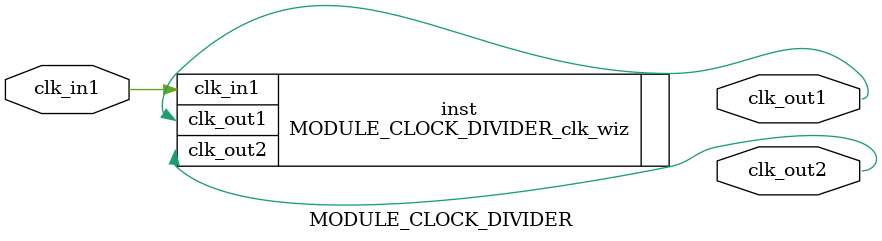
<source format=v>


`timescale 1ps/1ps

(* CORE_GENERATION_INFO = "MODULE_CLOCK_DIVIDER,clk_wiz_v5_3_1,{component_name=MODULE_CLOCK_DIVIDER,use_phase_alignment=true,use_min_o_jitter=false,use_max_i_jitter=false,use_dyn_phase_shift=false,use_inclk_switchover=false,use_dyn_reconfig=false,enable_axi=0,feedback_source=FDBK_AUTO,PRIMITIVE=MMCM,num_out_clk=2,clkin1_period=10.0,clkin2_period=10.0,use_power_down=false,use_reset=false,use_locked=false,use_inclk_stopped=false,feedback_type=SINGLE,CLOCK_MGR_TYPE=NA,manual_override=false}" *)

module MODULE_CLOCK_DIVIDER 
 (
 // Clock in ports
  input         clk_in1,
  // Clock out ports
  output        clk_out1,
  output        clk_out2
 );

  MODULE_CLOCK_DIVIDER_clk_wiz inst
  (
 // Clock in ports
  .clk_in1(clk_in1),
  // Clock out ports  
  .clk_out1(clk_out1),
  .clk_out2(clk_out2)              
  );

endmodule

</source>
